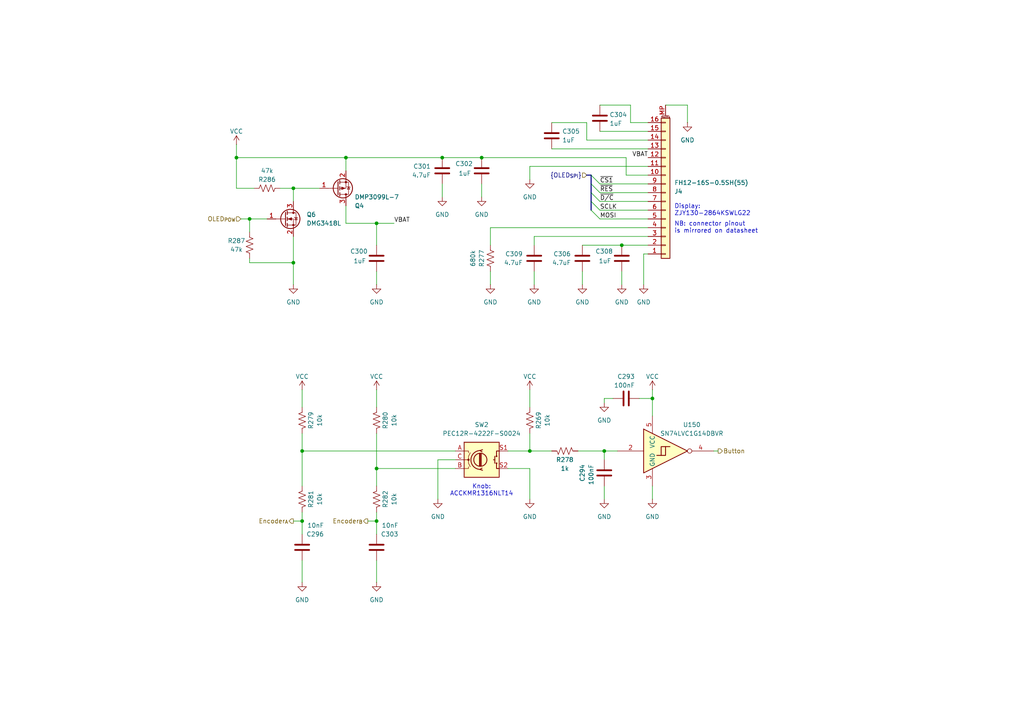
<source format=kicad_sch>
(kicad_sch (version 20250114) (generator "eeschema") (generator_version "9.0")
  (paper "A4")
  (title_block (title "Extracellular Electrophysiology Test Board") (rev "C") (company "Open Ephys, Inc") (comment 1 "Jonathan P. Newman"))
  (lib_symbols
    (symbol "74xGxx:74LVC1G14"
      (property "Reference" "U" (at 0 3.81 0))
      (property "Value" "74LVC1G14" (at 0 -3.81 0))
      (symbol "74LVC1G14_0_1"
        (polyline (pts (xy -7.62 6.35) (xy -7.62 -6.35) (xy 5.08 0) (xy -7.62 6.35)) (stroke (width 0.254)) (fill (type background)))
      )
      (symbol "74LVC1G14_1_1"
        (polyline (pts (xy -3.81 -1.27) (xy -1.27 -1.27) (xy -1.27 1.27)) (stroke (width 0.254)))
        (polyline (pts (xy -2.54 -1.27) (xy -2.54 1.27) (xy 0 1.27)) (stroke (width 0.254)))
        (pin input line (at -15.24 0 0) (length 7.62) (name "~") (number "2"))
        (pin no_connect line (at -7.62 5.08 180) (length 5.08) (hide yes) (name "NC") (number "1"))
        (pin power_in line (at -5.08 10.16 270) (length 5.08) (name "VCC") (number "5"))
        (pin power_in line (at -5.08 -10.16 90) (length 5.08) (name "GND") (number "3"))
        (pin output inverted (at 12.7 0 180) (length 7.62) (name "~") (number "4"))
      )
    )
    (symbol "Connector_Generic_MountingPin:Conn_01x16_MountingPin" (pin_names (offset 1.016) (hide yes))
      (property "Reference" "J" (at 0 20.32 0))
      (property "Value" "Conn_01x16_MountingPin" (at 1.27 -22.86 0))
      (symbol "Conn_01x16_MountingPin_1_1"
        (rectangle (start -1.27 19.05) (end 1.27 -21.59) (stroke (width 0.254)) (fill (type background)))
        (rectangle (start -1.27 17.907) (end 0 17.653) (stroke (width 0.1524)))
        (rectangle (start -1.27 15.367) (end 0 15.113) (stroke (width 0.1524)))
        (rectangle (start -1.27 12.827) (end 0 12.573) (stroke (width 0.1524)))
        (rectangle (start -1.27 10.287) (end 0 10.033) (stroke (width 0.1524)))
        (rectangle (start -1.27 7.747) (end 0 7.493) (stroke (width 0.1524)))
        (rectangle (start -1.27 5.207) (end 0 4.953) (stroke (width 0.1524)))
        (rectangle (start -1.27 2.667) (end 0 2.413) (stroke (width 0.1524)))
        (rectangle (start -1.27 0.127) (end 0 -0.127) (stroke (width 0.1524)))
        (rectangle (start -1.27 -2.413) (end 0 -2.667) (stroke (width 0.1524)))
        (rectangle (start -1.27 -4.953) (end 0 -5.207) (stroke (width 0.1524)))
        (rectangle (start -1.27 -7.493) (end 0 -7.747) (stroke (width 0.1524)))
        (rectangle (start -1.27 -10.033) (end 0 -10.287) (stroke (width 0.1524)))
        (rectangle (start -1.27 -12.573) (end 0 -12.827) (stroke (width 0.1524)))
        (rectangle (start -1.27 -15.113) (end 0 -15.367) (stroke (width 0.1524)))
        (rectangle (start -1.27 -17.653) (end 0 -17.907) (stroke (width 0.1524)))
        (rectangle (start -1.27 -20.193) (end 0 -20.447) (stroke (width 0.1524)))
        (polyline (pts (xy -1.016 -22.352) (xy 1.016 -22.352)) (stroke (width 0.1524)))
        (text "Mounting" (at 0 -21.971 0) (effects (font (size 0.381 0.381))))
        (pin passive line (at -5.08 17.78 0) (length 3.81) (name "Pin_1") (number "1"))
        (pin passive line (at -5.08 15.24 0) (length 3.81) (name "Pin_2") (number "2"))
        (pin passive line (at -5.08 12.7 0) (length 3.81) (name "Pin_3") (number "3"))
        (pin passive line (at -5.08 10.16 0) (length 3.81) (name "Pin_4") (number "4"))
        (pin passive line (at -5.08 7.62 0) (length 3.81) (name "Pin_5") (number "5"))
        (pin passive line (at -5.08 5.08 0) (length 3.81) (name "Pin_6") (number "6"))
        (pin passive line (at -5.08 2.54 0) (length 3.81) (name "Pin_7") (number "7"))
        (pin passive line (at -5.08 0 0) (length 3.81) (name "Pin_8") (number "8"))
        (pin passive line (at -5.08 -2.54 0) (length 3.81) (name "Pin_9") (number "9"))
        (pin passive line (at -5.08 -5.08 0) (length 3.81) (name "Pin_10") (number "10"))
        (pin passive line (at -5.08 -7.62 0) (length 3.81) (name "Pin_11") (number "11"))
        (pin passive line (at -5.08 -10.16 0) (length 3.81) (name "Pin_12") (number "12"))
        (pin passive line (at -5.08 -12.7 0) (length 3.81) (name "Pin_13") (number "13"))
        (pin passive line (at -5.08 -15.24 0) (length 3.81) (name "Pin_14") (number "14"))
        (pin passive line (at -5.08 -17.78 0) (length 3.81) (name "Pin_15") (number "15"))
        (pin passive line (at -5.08 -20.32 0) (length 3.81) (name "Pin_16") (number "16"))
        (pin passive line (at 0 -25.4 90) (length 3.048) (name "MountPin") (number "MP"))
      )
    )
    (symbol "Device:C" (pin_numbers (hide yes)) (pin_names (offset 0.254))
      (property "Reference" "C" (at 0.635 2.54 0))
      (property "Value" "C" (at 0.635 -2.54 0))
      (symbol "C_0_1"
        (polyline (pts (xy -2.032 0.762) (xy 2.032 0.762)) (stroke (width 0.508)))
        (polyline (pts (xy -2.032 -0.762) (xy 2.032 -0.762)) (stroke (width 0.508)))
      )
      (symbol "C_1_1"
        (pin passive line (at 0 3.81 270) (length 2.794) (name "~") (number "1"))
        (pin passive line (at 0 -3.81 90) (length 2.794) (name "~") (number "2"))
      )
    )
    (symbol "Device:R_US" (pin_numbers (hide yes)) (pin_names (offset 0))
      (property "Reference" "R" (at 2.54 0 90))
      (property "Value" "R_US" (at -2.54 0 90))
      (symbol "R_US_0_1"
        (polyline (pts (xy 0 2.286) (xy 0 2.54)))
        (polyline (pts (xy 0 2.286) (xy 1.016 1.905) (xy 0 1.524) (xy -1.016 1.143) (xy 0 0.762)))
        (polyline (pts (xy 0 0.762) (xy 1.016 0.381) (xy 0 0) (xy -1.016 -0.381) (xy 0 -0.762)))
        (polyline (pts (xy 0 -0.762) (xy 1.016 -1.143) (xy 0 -1.524) (xy -1.016 -1.905) (xy 0 -2.286)))
        (polyline (pts (xy 0 -2.286) (xy 0 -2.54)))
      )
      (symbol "R_US_1_1"
        (pin passive line (at 0 3.81 270) (length 1.27) (name "~") (number "1"))
        (pin passive line (at 0 -3.81 90) (length 1.27) (name "~") (number "2"))
      )
    )
    (symbol "Device:RotaryEncoder_Switch" (pin_names (offset 0.254) (hide yes))
      (property "Reference" "SW" (at 0 6.604 0))
      (property "Value" "RotaryEncoder_Switch" (at 0 -6.604 0))
      (symbol "RotaryEncoder_Switch_0_1"
        (rectangle (start -5.08 5.08) (end 5.08 -5.08) (stroke (width 0.254)) (fill (type background)))
        (polyline (pts (xy -5.08 2.54) (xy -3.81 2.54) (xy -3.81 2.032)))
        (polyline (pts (xy -5.08 0) (xy -3.81 0) (xy -3.81 -1.016) (xy -3.302 -2.032)))
        (polyline (pts (xy -5.08 -2.54) (xy -3.81 -2.54) (xy -3.81 -2.032)))
        (polyline (pts (xy -4.318 0) (xy -3.81 0) (xy -3.81 1.016) (xy -3.302 2.032)))
        (circle (center -3.81 0) (radius 0.254) (fill (type outline)))
        (polyline (pts (xy -0.635 -1.778) (xy -0.635 1.778)) (stroke (width 0.254)))
        (circle (center -0.381 0) (radius 1.905) (stroke (width 0.254)))
        (polyline (pts (xy -0.381 -1.778) (xy -0.381 1.778)) (stroke (width 0.254)))
        (arc (start -0.381 -2.794) (mid -3.0988 -0.0635) (end -0.381 2.667) (stroke (width 0.254)))
        (polyline (pts (xy -0.127 1.778) (xy -0.127 -1.778)) (stroke (width 0.254)))
        (polyline (pts (xy 0.254 2.921) (xy -0.508 2.667) (xy 0.127 2.286)) (stroke (width 0.254)))
        (polyline (pts (xy 0.254 -3.048) (xy -0.508 -2.794) (xy 0.127 -2.413)) (stroke (width 0.254)))
        (polyline (pts (xy 3.81 1.016) (xy 3.81 -1.016)) (stroke (width 0.254)))
        (polyline (pts (xy 3.81 0) (xy 3.429 0)) (stroke (width 0.254)))
        (circle (center 4.318 1.016) (radius 0.127) (stroke (width 0.254)))
        (circle (center 4.318 -1.016) (radius 0.127) (stroke (width 0.254)))
        (polyline (pts (xy 5.08 2.54) (xy 4.318 2.54) (xy 4.318 1.016)) (stroke (width 0.254)))
        (polyline (pts (xy 5.08 -2.54) (xy 4.318 -2.54) (xy 4.318 -1.016)) (stroke (width 0.254)))
      )
      (symbol "RotaryEncoder_Switch_1_1"
        (pin passive line (at -7.62 2.54 0) (length 2.54) (name "A") (number "A"))
        (pin passive line (at -7.62 0 0) (length 2.54) (name "C") (number "C"))
        (pin passive line (at -7.62 -2.54 0) (length 2.54) (name "B") (number "B"))
        (pin passive line (at 7.62 2.54 180) (length 2.54) (name "S1") (number "S1"))
        (pin passive line (at 7.62 -2.54 180) (length 2.54) (name "S2") (number "S2"))
      )
    )
    (symbol "Transistor_FET:DMG2301L" (pin_names (hide yes))
      (property "Reference" "Q" (at 5.08 1.905 0))
      (property "Value" "DMG2301L" (at 5.08 0 0))
      (symbol "DMG2301L_0_1"
        (polyline (pts (xy 0.254 1.905) (xy 0.254 -1.905)) (stroke (width 0.254)))
        (polyline (pts (xy 0.254 0) (xy -2.54 0)))
        (polyline (pts (xy 0.762 2.286) (xy 0.762 1.27)) (stroke (width 0.254)))
        (polyline (pts (xy 0.762 1.778) (xy 3.302 1.778) (xy 3.302 -1.778) (xy 0.762 -1.778)))
        (polyline (pts (xy 0.762 0.508) (xy 0.762 -0.508)) (stroke (width 0.254)))
        (polyline (pts (xy 0.762 -1.27) (xy 0.762 -2.286)) (stroke (width 0.254)))
        (circle (center 1.651 0) (radius 2.794) (stroke (width 0.254)))
        (polyline (pts (xy 2.286 0) (xy 1.27 0.381) (xy 1.27 -0.381) (xy 2.286 0)) (fill (type outline)))
        (polyline (pts (xy 2.54 2.54) (xy 2.54 1.778)))
        (circle (center 2.54 1.778) (radius 0.254) (fill (type outline)))
        (circle (center 2.54 -1.778) (radius 0.254) (fill (type outline)))
        (polyline (pts (xy 2.54 -2.54) (xy 2.54 0) (xy 0.762 0)))
        (polyline (pts (xy 2.794 -0.508) (xy 2.921 -0.381) (xy 3.683 -0.381) (xy 3.81 -0.254)))
        (polyline (pts (xy 3.302 -0.381) (xy 2.921 0.254) (xy 3.683 0.254) (xy 3.302 -0.381)))
      )
      (symbol "DMG2301L_1_1"
        (pin input line (at -5.08 0 0) (length 2.54) (name "G") (number "1"))
        (pin passive line (at 2.54 5.08 270) (length 2.54) (name "D") (number "3"))
        (pin passive line (at 2.54 -5.08 90) (length 2.54) (name "S") (number "2"))
      )
    )
    (symbol "Transistor_FET:DMG3414U" (pin_names (hide yes))
      (property "Reference" "Q" (at 5.08 1.905 0))
      (property "Value" "DMG3414U" (at 5.08 0 0))
      (symbol "DMG3414U_0_1"
        (polyline (pts (xy 0.254 1.905) (xy 0.254 -1.905)) (stroke (width 0.254)))
        (polyline (pts (xy 0.254 0) (xy -2.54 0)))
        (polyline (pts (xy 0.762 2.286) (xy 0.762 1.27)) (stroke (width 0.254)))
        (polyline (pts (xy 0.762 0.508) (xy 0.762 -0.508)) (stroke (width 0.254)))
        (polyline (pts (xy 0.762 -1.27) (xy 0.762 -2.286)) (stroke (width 0.254)))
        (polyline (pts (xy 0.762 -1.778) (xy 3.302 -1.778) (xy 3.302 1.778) (xy 0.762 1.778)))
        (polyline (pts (xy 1.016 0) (xy 2.032 0.381) (xy 2.032 -0.381) (xy 1.016 0)) (fill (type outline)))
        (circle (center 1.651 0) (radius 2.794) (stroke (width 0.254)))
        (polyline (pts (xy 2.54 2.54) (xy 2.54 1.778)))
        (circle (center 2.54 1.778) (radius 0.254) (fill (type outline)))
        (circle (center 2.54 -1.778) (radius 0.254) (fill (type outline)))
        (polyline (pts (xy 2.54 -2.54) (xy 2.54 0) (xy 0.762 0)))
        (polyline (pts (xy 2.794 0.508) (xy 2.921 0.381) (xy 3.683 0.381) (xy 3.81 0.254)))
        (polyline (pts (xy 3.302 0.381) (xy 2.921 -0.254) (xy 3.683 -0.254) (xy 3.302 0.381)))
      )
      (symbol "DMG3414U_1_1"
        (pin input line (at -5.08 0 0) (length 2.54) (name "G") (number "1"))
        (pin passive line (at 2.54 5.08 270) (length 2.54) (name "D") (number "3"))
        (pin passive line (at 2.54 -5.08 90) (length 2.54) (name "S") (number "2"))
      )
    )
    (symbol "power:GND" (power) (pin_numbers (hide yes)) (pin_names (offset 0) (hide yes))
      (property "Value" "GND" (at 0 -3.81 0))
      (symbol "GND_0_1"
        (polyline (pts (xy 0 0) (xy 0 -1.27) (xy 1.27 -1.27) (xy 0 -2.54) (xy -1.27 -1.27) (xy 0 -1.27)))
      )
      (symbol "GND_1_1"
        (pin power_in line (at 0 0 270) (length 0) (name "~") (number "1"))
      )
    )
    (symbol "power:VCC" (power) (pin_numbers (hide yes)) (pin_names (offset 0) (hide yes))
      (property "Value" "VCC" (at 0 3.556 0))
      (symbol "VCC_0_1"
        (polyline (pts (xy -0.762 1.27) (xy 0 2.54)))
        (polyline (pts (xy 0 2.54) (xy 0.762 1.27)))
        (polyline (pts (xy 0 0) (xy 0 2.54)))
      )
      (symbol "VCC_1_1"
        (pin power_in line (at 0 0 90) (length 0) (name "~") (number "1"))
      )
    )
  )
  (bus_alias "OLED_{SPI}" (members "~{RES}" "~{D/C}" "~{CS1}" "SCLK" "MOSI"))
  (text "Display:\nZJY130-2864KSWLG22" (at 195.58 60.96 0) (effects (font (size 1.27 1.27)) (justify left)))
  (text "Knob:\nACCKMR1316NLT14" (at 139.7 142.24 0) (effects (font (size 1.27 1.27))))
  (text "NB: connector pinout\nis mirrored on datasheet" (at 195.58 66.04 0) (effects (font (size 1.27 1.27)) (justify left)))
  (junction (at 139.7 45.72))
  (junction (at 128.27 45.72))
  (junction (at 85.09 76.2))
  (junction (at 72.39 63.5))
  (junction (at 100.33 45.72))
  (junction (at 180.34 71.12))
  (junction (at 68.58 45.72))
  (junction (at 153.67 130.81))
  (junction (at 87.63 151.13))
  (junction (at 87.63 130.81))
  (junction (at 85.09 54.61))
  (junction (at 189.23 115.57))
  (junction (at 175.26 130.81))
  (junction (at 109.22 135.89))
  (junction (at 109.22 64.77))
  (junction (at 109.22 151.13))
  (bus_entry (at 171.45 55.88) (size 2.54 2.54))
  (bus_entry (at 171.45 60.96) (size 2.54 2.54))
  (bus_entry (at 171.45 58.42) (size 2.54 2.54))
  (bus_entry (at 171.45 53.34) (size 2.54 2.54))
  (bus_entry (at 171.45 50.8) (size 2.54 2.54))
  (wire (pts (xy 187.96 68.58) (xy 154.94 68.58)))
  (wire (pts (xy 106.68 151.13) (xy 109.22 151.13)))
  (wire (pts (xy 173.99 58.42) (xy 187.96 58.42)))
  (wire (pts (xy 109.22 148.59) (xy 109.22 151.13)))
  (wire (pts (xy 77.47 63.5) (xy 72.39 63.5)))
  (wire (pts (xy 72.39 63.5) (xy 72.39 67.31)))
  (wire (pts (xy 175.26 116.84) (xy 175.26 115.57)))
  (wire (pts (xy 175.26 140.97) (xy 175.26 144.78)))
  (wire (pts (xy 87.63 151.13) (xy 87.63 154.94)))
  (wire (pts (xy 147.32 130.81) (xy 153.67 130.81)))
  (wire (pts (xy 68.58 54.61) (xy 73.66 54.61)))
  (wire (pts (xy 68.58 45.72) (xy 100.33 45.72)))
  (wire (pts (xy 109.22 113.03) (xy 109.22 118.11)))
  (wire (pts (xy 199.39 30.48) (xy 199.39 35.56)))
  (wire (pts (xy 100.33 64.77) (xy 109.22 64.77)))
  (wire (pts (xy 109.22 78.74) (xy 109.22 82.55)))
  (wire (pts (xy 170.18 40.64) (xy 187.96 40.64)))
  (bus (pts (xy 171.45 53.34) (xy 171.45 55.88)))
  (wire (pts (xy 181.61 45.72) (xy 181.61 50.8)))
  (wire (pts (xy 154.94 68.58) (xy 154.94 71.12)))
  (wire (pts (xy 87.63 162.56) (xy 87.63 168.91)))
  (wire (pts (xy 173.99 55.88) (xy 187.96 55.88)))
  (wire (pts (xy 193.04 30.48) (xy 199.39 30.48)))
  (wire (pts (xy 180.34 78.74) (xy 180.34 82.55)))
  (wire (pts (xy 85.09 68.58) (xy 85.09 76.2)))
  (wire (pts (xy 175.26 130.81) (xy 175.26 133.35)))
  (wire (pts (xy 109.22 135.89) (xy 109.22 140.97)))
  (wire (pts (xy 87.63 113.03) (xy 87.63 118.11)))
  (wire (pts (xy 153.67 125.73) (xy 153.67 130.81)))
  (wire (pts (xy 142.24 66.04) (xy 187.96 66.04)))
  (wire (pts (xy 173.99 63.5) (xy 187.96 63.5)))
  (wire (pts (xy 128.27 53.34) (xy 128.27 57.15)))
  (bus (pts (xy 171.45 58.42) (xy 171.45 60.96)))
  (wire (pts (xy 72.39 74.93) (xy 72.39 76.2)))
  (wire (pts (xy 142.24 78.74) (xy 142.24 82.55)))
  (wire (pts (xy 127 133.35) (xy 127 144.78)))
  (wire (pts (xy 175.26 115.57) (xy 177.8 115.57)))
  (wire (pts (xy 87.63 130.81) (xy 87.63 140.97)))
  (wire (pts (xy 139.7 53.34) (xy 139.7 57.15)))
  (wire (pts (xy 142.24 66.04) (xy 142.24 71.12)))
  (wire (pts (xy 175.26 130.81) (xy 179.07 130.81)))
  (wire (pts (xy 170.18 35.56) (xy 170.18 40.64)))
  (wire (pts (xy 109.22 162.56) (xy 109.22 168.91)))
  (wire (pts (xy 72.39 76.2) (xy 85.09 76.2)))
  (wire (pts (xy 189.23 140.97) (xy 189.23 144.78)))
  (wire (pts (xy 85.09 151.13) (xy 87.63 151.13)))
  (wire (pts (xy 168.91 71.12) (xy 180.34 71.12)))
  (wire (pts (xy 185.42 115.57) (xy 189.23 115.57)))
  (wire (pts (xy 181.61 50.8) (xy 187.96 50.8)))
  (wire (pts (xy 173.99 60.96) (xy 187.96 60.96)))
  (wire (pts (xy 85.09 54.61) (xy 92.71 54.61)))
  (wire (pts (xy 153.67 48.26) (xy 153.67 52.07)))
  (wire (pts (xy 68.58 41.91) (xy 68.58 45.72)))
  (wire (pts (xy 132.08 133.35) (xy 127 133.35)))
  (wire (pts (xy 109.22 151.13) (xy 109.22 154.94)))
  (wire (pts (xy 153.67 135.89) (xy 153.67 144.78)))
  (wire (pts (xy 173.99 30.48) (xy 182.88 30.48)))
  (wire (pts (xy 128.27 45.72) (xy 139.7 45.72)))
  (wire (pts (xy 139.7 45.72) (xy 181.61 45.72)))
  (wire (pts (xy 85.09 76.2) (xy 85.09 82.55)))
  (wire (pts (xy 186.69 73.66) (xy 186.69 82.55)))
  (wire (pts (xy 100.33 59.69) (xy 100.33 64.77)))
  (wire (pts (xy 85.09 54.61) (xy 85.09 58.42)))
  (wire (pts (xy 109.22 135.89) (xy 132.08 135.89)))
  (wire (pts (xy 87.63 130.81) (xy 132.08 130.81)))
  (bus (pts (xy 171.45 55.88) (xy 171.45 58.42)))
  (wire (pts (xy 100.33 45.72) (xy 100.33 49.53)))
  (wire (pts (xy 168.91 78.74) (xy 168.91 82.55)))
  (wire (pts (xy 68.58 54.61) (xy 68.58 45.72)))
  (wire (pts (xy 153.67 130.81) (xy 160.02 130.81)))
  (wire (pts (xy 167.64 130.81) (xy 175.26 130.81)))
  (wire (pts (xy 109.22 71.12) (xy 109.22 64.77)))
  (wire (pts (xy 182.88 30.48) (xy 182.88 35.56)))
  (wire (pts (xy 109.22 64.77) (xy 114.3 64.77)))
  (wire (pts (xy 160.02 35.56) (xy 170.18 35.56)))
  (bus (pts (xy 171.45 50.8) (xy 171.45 53.34)))
  (wire (pts (xy 189.23 115.57) (xy 189.23 120.65)))
  (wire (pts (xy 109.22 125.73) (xy 109.22 135.89)))
  (wire (pts (xy 153.67 48.26) (xy 187.96 48.26)))
  (wire (pts (xy 160.02 43.18) (xy 187.96 43.18)))
  (wire (pts (xy 87.63 148.59) (xy 87.63 151.13)))
  (wire (pts (xy 72.39 63.5) (xy 69.85 63.5)))
  (wire (pts (xy 81.28 54.61) (xy 85.09 54.61)))
  (wire (pts (xy 173.99 53.34) (xy 187.96 53.34)))
  (wire (pts (xy 153.67 113.03) (xy 153.67 118.11)))
  (bus (pts (xy 170.18 50.8) (xy 171.45 50.8)))
  (wire (pts (xy 180.34 71.12) (xy 187.96 71.12)))
  (wire (pts (xy 147.32 135.89) (xy 153.67 135.89)))
  (wire (pts (xy 154.94 78.74) (xy 154.94 82.55)))
  (wire (pts (xy 189.23 113.03) (xy 189.23 115.57)))
  (wire (pts (xy 87.63 125.73) (xy 87.63 130.81)))
  (wire (pts (xy 187.96 35.56) (xy 182.88 35.56)))
  (wire (pts (xy 173.99 38.1) (xy 187.96 38.1)))
  (wire (pts (xy 187.96 73.66) (xy 186.69 73.66)))
  (wire (pts (xy 208.28 130.81) (xy 207.01 130.81)))
  (wire (pts (xy 100.33 45.72) (xy 128.27 45.72)))
  (label "VBAT" (at 187.96 45.72 180))
  (label "~{CS1}" (at 173.99 53.34 0))
  (label "~{D{slash}C}" (at 173.99 58.42 0))
  (label "SCLK" (at 173.99 60.96 0))
  (label "MOSI" (at 173.99 63.5 0))
  (label "VBAT" (at 114.3 64.77 0))
  (label "~{RES}" (at 173.99 55.88 0))
  (hierarchical_label "Encoder_{B}" (shape output) (at 106.68 151.13 180))
  (hierarchical_label "{OLED_{SPI}}" (shape input) (at 170.18 50.8 180))
  (hierarchical_label "Encoder_{A}" (shape output) (at 85.09 151.13 180))
  (hierarchical_label "OLED_{POW}" (shape input) (at 69.85 63.5 180))
  (hierarchical_label "Button" (shape output) (at 208.28 130.81 0))
  (symbol (lib_id "Device:R_US") (at 77.47 54.61 270) (unit 1)
    (property "Reference" "R286" (at 77.47 52.07 90))
    (property "Value" "47k" (at 77.47 49.53 90))
    (property "Footprint" "Resistor_SMD:R_0402_1005Metric" (effects (hide yes)))
    (property "Description" "Resistor, US symbol" (effects (hide yes)))
    (property "OEPSPN" "OEPS020017" (effects (hide yes)))
    (property "MPN" "ERJ-2RKF4702X" (effects (hide yes)))
  )
  (symbol (lib_id "power:GND") (at 175.26 116.84 0) (mirror y) (unit 1)
    (property "Reference" "#PWR0743" (effects (hide yes)))
    (property "Value" "GND" (at 175.26 121.92 0))
    (property "Description" "Power symbol creates a global label with name \"GND\" , ground" (effects (hide yes)))
  )
  (symbol (lib_id "Device:R_US") (at 87.63 121.92 0) (mirror y) (unit 1)
    (property "Reference" "R279" (at 90.17 121.92 90))
    (property "Value" "10k" (at 92.71 121.92 90))
    (property "Footprint" "Resistor_SMD:R_0402_1005Metric" (effects (hide yes)))
    (property "Description" "Resistor, US symbol" (effects (hide yes)))
    (property "OEPSPN" "OEPS020030" (effects (hide yes)))
    (property "MPN" "CRCW040210K0FKED" (effects (hide yes)))
  )
  (symbol (lib_id "Device:C") (at 109.22 158.75 0) (unit 1)
    (property "Reference" "C303" (at 115.57 154.94 0) (effects (justify right)))
    (property "Value" "10nF" (at 115.57 152.4 0) (effects (justify right)))
    (property "Footprint" "Capacitor_SMD:C_0402_1005Metric" (effects (hide yes)))
    (property "Description" "Unpolarized capacitor" (effects (hide yes)))
    (property "TempCo" "X7R" (effects (hide yes)))
    (property "OEPSPN" "OEPS010067" (effects (hide yes)))
    (property "MPN" "GRM155R71E103KA01D" (effects (hide yes)))
  )
  (symbol (lib_id "Transistor_FET:DMG3414U") (at 82.55 63.5 0) (unit 1)
    (property "Reference" "Q6" (at 88.9 62.2299 0) (effects (justify left)))
    (property "Value" "DMG3418L" (at 88.9 64.7699 0) (effects (justify left)))
    (property "Footprint" "Package_TO_SOT_SMD:SOT-23" (effects (hide yes)))
    (property "Datasheet" "http://www.diodes.com/assets/Datasheets/ds31739.pdf" (effects (hide yes)))
    (property "Description" "4.2A Id, 20V Vds, N-Channel MOSFET, SOT-23" (effects (hide yes)))
    (property "OEPSPN" "OEPS060019" (effects (hide yes)))
    (property "MPN" "DMG3418L-7" (effects (hide yes)))
  )
  (symbol (lib_id "power:GND") (at 128.27 57.15 0) (mirror y) (unit 1)
    (property "Reference" "#PWR0760" (effects (hide yes)))
    (property "Value" "GND" (at 128.27 62.23 0))
    (property "Description" "Power symbol creates a global label with name \"GND\" , ground" (effects (hide yes)))
  )
  (symbol (lib_id "Device:C") (at 128.27 49.53 0) (mirror y) (unit 1)
    (property "Reference" "C301" (at 124.968 48.26 0) (effects (justify left)))
    (property "Value" "4.7uF" (at 124.968 50.8 0) (effects (justify left)))
    (property "Footprint" "Capacitor_SMD:C_1206_3216Metric" (effects (hide yes)))
    (property "Description" "Unpolarized capacitor" (effects (hide yes)))
    (property "TempCo" "X7R" (effects (hide yes)))
    (property "Voltage" "16V" (effects (hide yes)))
    (property "OEPSPN" "OEPS010081" (effects (hide yes)))
    (property "MPN" "CL31B475KOHNNNE" (effects (hide yes)))
  )
  (symbol (lib_id "Device:R_US") (at 109.22 121.92 0) (mirror y) (unit 1)
    (property "Reference" "R280" (at 111.76 121.92 90))
    (property "Value" "10k" (at 114.3 121.92 90))
    (property "Footprint" "Resistor_SMD:R_0402_1005Metric" (effects (hide yes)))
    (property "Description" "Resistor, US symbol" (effects (hide yes)))
    (property "OEPSPN" "OEPS020030" (effects (hide yes)))
    (property "MPN" "CRCW040210K0FKED" (effects (hide yes)))
  )
  (symbol (lib_id "power:GND") (at 142.24 82.55 0) (mirror y) (unit 1)
    (property "Reference" "#PWR0762" (effects (hide yes)))
    (property "Value" "GND" (at 142.24 87.63 0))
    (property "Description" "Power symbol creates a global label with name \"GND\" , ground" (effects (hide yes)))
  )
  (symbol (lib_id "power:GND") (at 87.63 168.91 0) (mirror y) (unit 1)
    (property "Reference" "#PWR0767" (effects (hide yes)))
    (property "Value" "GND" (at 87.63 173.99 0))
    (property "Description" "Power symbol creates a global label with name \"GND\" , ground" (effects (hide yes)))
  )
  (symbol (lib_id "power:GND") (at 189.23 144.78 0) (mirror y) (unit 1)
    (property "Reference" "#PWR0745" (effects (hide yes)))
    (property "Value" "GND" (at 189.23 149.86 0))
    (property "Description" "Power symbol creates a global label with name \"GND\" , ground" (effects (hide yes)))
  )
  (symbol (lib_id "power:GND") (at 180.34 82.55 0) (mirror y) (unit 1)
    (property "Reference" "#PWR0792" (effects (hide yes)))
    (property "Value" "GND" (at 180.34 87.63 0))
    (property "Description" "Power symbol creates a global label with name \"GND\" , ground" (effects (hide yes)))
  )
  (symbol (lib_id "power:GND") (at 175.26 144.78 0) (mirror y) (unit 1)
    (property "Reference" "#PWR0750" (effects (hide yes)))
    (property "Value" "GND" (at 175.26 149.86 0))
    (property "Description" "Power symbol creates a global label with name \"GND\" , ground" (effects (hide yes)))
  )
  (symbol (lib_id "Device:C") (at 160.02 39.37 180) (unit 1)
    (property "Reference" "C305" (at 163.068 38.1 0) (effects (justify right)))
    (property "Value" "1uF" (at 163.068 40.64 0) (effects (justify right)))
    (property "Footprint" "Capacitor_SMD:C_0603_1608Metric" (effects (hide yes)))
    (property "Description" "Unpolarized capacitor" (effects (hide yes)))
    (property "TempCo" "X5R" (effects (hide yes)))
    (property "Voltage" "25V" (effects (hide yes)))
    (property "OEPSPN" "OEPS010022" (effects (hide yes)))
    (property "MPN" "CL10A105KA8NNNC" (effects (hide yes)))
  )
  (symbol (lib_id "power:GND") (at 153.67 144.78 0) (mirror y) (unit 1)
    (property "Reference" "#PWR0742" (effects (hide yes)))
    (property "Value" "GND" (at 153.67 149.86 0))
    (property "Description" "Power symbol creates a global label with name \"GND\" , ground" (effects (hide yes)))
  )
  (symbol (lib_id "power:GND") (at 186.69 82.55 0) (mirror y) (unit 1)
    (property "Reference" "#PWR0791" (effects (hide yes)))
    (property "Value" "GND" (at 186.69 87.63 0))
    (property "Description" "Power symbol creates a global label with name \"GND\" , ground" (effects (hide yes)))
  )
  (symbol (lib_id "Device:R_US") (at 142.24 74.93 0) (unit 1)
    (property "Reference" "R277" (at 139.7 74.93 90))
    (property "Value" "680k" (at 137.16 74.93 90))
    (property "Footprint" "Resistor_SMD:R_0402_1005Metric" (effects (hide yes)))
    (property "Description" "Resistor, US symbol" (effects (hide yes)))
    (property "OEPSPN" "OEPS020176" (effects (hide yes)))
    (property "MPN" "RC0402FR-13680KL" (effects (hide yes)))
  )
  (symbol (lib_id "power:GND") (at 127 144.78 0) (mirror y) (unit 1)
    (property "Reference" "#PWR0769" (effects (hide yes)))
    (property "Value" "GND" (at 127 149.86 0))
    (property "Description" "Power symbol creates a global label with name \"GND\" , ground" (effects (hide yes)))
  )
  (symbol (lib_id "power:GND") (at 85.09 82.55 0) (mirror y) (unit 1)
    (property "Reference" "#PWR0794" (effects (hide yes)))
    (property "Value" "GND" (at 85.09 87.63 0))
    (property "Description" "Power symbol creates a global label with name \"GND\" , ground" (effects (hide yes)))
  )
  (symbol (lib_id "Device:C") (at 139.7 49.53 0) (mirror x) (unit 1)
    (property "Reference" "C302" (at 137.16 47.498 0) (effects (justify right)))
    (property "Value" "1uF" (at 136.652 50.292 0) (effects (justify right)))
    (property "Footprint" "Capacitor_SMD:C_0603_1608Metric" (effects (hide yes)))
    (property "Description" "Unpolarized capacitor" (effects (hide yes)))
    (property "TempCo" "X5R" (effects (hide yes)))
    (property "Voltage" "25V" (effects (hide yes)))
    (property "OEPSPN" "OEPS010022" (effects (hide yes)))
    (property "MPN" "CL10A105KA8NNNC" (effects (hide yes)))
  )
  (symbol (lib_id "power:GND") (at 109.22 168.91 0) (mirror y) (unit 1)
    (property "Reference" "#PWR0768" (effects (hide yes)))
    (property "Value" "GND" (at 109.22 173.99 0))
    (property "Description" "Power symbol creates a global label with name \"GND\" , ground" (effects (hide yes)))
  )
  (symbol (lib_id "Device:C") (at 168.91 74.93 0) (mirror y) (unit 1)
    (property "Reference" "C306" (at 165.608 73.66 0) (effects (justify left)))
    (property "Value" "4.7uF" (at 165.608 76.2 0) (effects (justify left)))
    (property "Footprint" "Capacitor_SMD:C_1206_3216Metric" (effects (hide yes)))
    (property "Description" "Unpolarized capacitor" (effects (hide yes)))
    (property "TempCo" "X7R" (effects (hide yes)))
    (property "Voltage" "16V" (effects (hide yes)))
    (property "OEPSPN" "OEPS010081" (effects (hide yes)))
    (property "MPN" "CL31B475KOHNNNE" (effects (hide yes)))
  )
  (symbol (lib_id "Device:R_US") (at 153.67 121.92 0) (mirror y) (unit 1)
    (property "Reference" "R269" (at 156.21 121.92 90))
    (property "Value" "10k" (at 158.75 121.92 90))
    (property "Footprint" "Resistor_SMD:R_0402_1005Metric" (effects (hide yes)))
    (property "Description" "Resistor, US symbol" (effects (hide yes)))
    (property "OEPSPN" "OEPS020030" (effects (hide yes)))
    (property "MPN" "CRCW040210K0FKED" (effects (hide yes)))
  )
  (symbol (lib_id "Device:C") (at 175.26 137.16 0) (unit 1)
    (property "Reference" "C294" (at 168.91 134.62 90) (effects (justify right)))
    (property "Value" "100nF" (at 171.45 134.62 90) (effects (justify right)))
    (property "Footprint" "Capacitor_SMD:C_0402_1005Metric" (effects (hide yes)))
    (property "Description" "Unpolarized capacitor" (effects (hide yes)))
    (property "TempCo" "X7R" (effects (hide yes)))
    (property "OEPSPN" "OEPS010050" (effects (hide yes)))
    (property "MPN" "C1005X7R1E104K050BB" (effects (hide yes)))
  )
  (symbol (lib_id "power:GND") (at 199.39 35.56 0) (mirror y) (unit 1)
    (property "Reference" "#PWR0793" (effects (hide yes)))
    (property "Value" "GND" (at 199.39 40.64 0))
    (property "Description" "Power symbol creates a global label with name \"GND\" , ground" (effects (hide yes)))
  )
  (symbol (lib_id "Device:C") (at 180.34 74.93 0) (mirror x) (unit 1)
    (property "Reference" "C308" (at 177.8 72.898 0) (effects (justify right)))
    (property "Value" "1uF" (at 177.292 75.692 0) (effects (justify right)))
    (property "Footprint" "Capacitor_SMD:C_0603_1608Metric" (effects (hide yes)))
    (property "Description" "Unpolarized capacitor" (effects (hide yes)))
    (property "TempCo" "X5R" (effects (hide yes)))
    (property "Voltage" "25V" (effects (hide yes)))
    (property "OEPSPN" "OEPS010022" (effects (hide yes)))
    (property "MPN" "CL10A105KA8NNNC" (effects (hide yes)))
  )
  (symbol (lib_id "power:GND") (at 153.67 52.07 0) (mirror y) (unit 1)
    (property "Reference" "#PWR013" (effects (hide yes)))
    (property "Value" "GND" (at 153.67 57.15 0))
    (property "Description" "Power symbol creates a global label with name \"GND\" , ground" (effects (hide yes)))
  )
  (symbol (lib_id "power:VCC") (at 189.23 113.03 0) (mirror y) (unit 1)
    (property "Reference" "#PWR0744" (effects (hide yes)))
    (property "Value" "VCC" (at 189.23 109.22 0))
    (property "Description" "Power symbol creates a global label with name \"VCC\"" (effects (hide yes)))
  )
  (symbol (lib_id "74xGxx:74LVC1G14") (at 194.31 130.81 0) (unit 1)
    (property "Reference" "U150" (at 200.66 123.19 0))
    (property "Value" "SN74LVC1G14DBVR" (at 200.66 125.73 0))
    (property "Footprint" "Package_TO_SOT_SMD:SOT-23-5" (effects (hide yes)))
    (property "Datasheet" "https://www.ti.com/lit/sg/scyt129e/scyt129e.pdf" (effects (hide yes)))
    (property "Description" "Single Schmitt NOT Gate, Low-Voltage CMOS" (effects (hide yes)))
    (property "OEPSPN" "OEPS080160" (effects (hide yes)))
    (property "MPN" "SN74LVC1G14DBVR" (effects (hide yes)))
  )
  (symbol (lib_id "power:VCC") (at 87.63 113.03 0) (mirror y) (unit 1)
    (property "Reference" "#PWR0765" (effects (hide yes)))
    (property "Value" "VCC" (at 87.63 109.22 0))
    (property "Description" "Power symbol creates a global label with name \"VCC\"" (effects (hide yes)))
  )
  (symbol (lib_id "power:GND") (at 139.7 57.15 0) (mirror y) (unit 1)
    (property "Reference" "#PWR0761" (effects (hide yes)))
    (property "Value" "GND" (at 139.7 62.23 0))
    (property "Description" "Power symbol creates a global label with name \"GND\" , ground" (effects (hide yes)))
  )
  (symbol (lib_id "Device:R_US") (at 163.83 130.81 90) (mirror x) (unit 1)
    (property "Reference" "R278" (at 163.83 133.35 90))
    (property "Value" "1k" (at 163.83 135.89 90))
    (property "Footprint" "Resistor_SMD:R_0402_1005Metric" (effects (hide yes)))
    (property "Description" "Resistor, US symbol" (effects (hide yes)))
    (property "OEPSPN" "OEPS020027" (effects (hide yes)))
    (property "MPN" "CRCW04021K00FKED" (effects (hide yes)))
  )
  (symbol (lib_id "power:VCC") (at 109.22 113.03 0) (mirror y) (unit 1)
    (property "Reference" "#PWR0766" (effects (hide yes)))
    (property "Value" "VCC" (at 109.22 109.22 0))
    (property "Description" "Power symbol creates a global label with name \"VCC\"" (effects (hide yes)))
  )
  (symbol (lib_id "Device:C") (at 154.94 74.93 0) (mirror y) (unit 1)
    (property "Reference" "C309" (at 151.638 73.66 0) (effects (justify left)))
    (property "Value" "4.7uF" (at 151.638 76.2 0) (effects (justify left)))
    (property "Footprint" "Capacitor_SMD:C_1206_3216Metric" (effects (hide yes)))
    (property "Description" "Unpolarized capacitor" (effects (hide yes)))
    (property "TempCo" "X7R" (effects (hide yes)))
    (property "Voltage" "16V" (effects (hide yes)))
    (property "OEPSPN" "OEPS010081" (effects (hide yes)))
    (property "MPN" "CL31B475KOHNNNE" (effects (hide yes)))
  )
  (symbol (lib_id "Device:C") (at 173.99 34.29 180) (unit 1)
    (property "Reference" "C304" (at 176.784 33.274 0) (effects (justify right)))
    (property "Value" "1uF" (at 176.784 35.814 0) (effects (justify right)))
    (property "Footprint" "Capacitor_SMD:C_0603_1608Metric" (effects (hide yes)))
    (property "Description" "Unpolarized capacitor" (effects (hide yes)))
    (property "TempCo" "X5R" (effects (hide yes)))
    (property "Voltage" "25V" (effects (hide yes)))
    (property "OEPSPN" "OEPS010022" (effects (hide yes)))
    (property "MPN" "CL10A105KA8NNNC" (effects (hide yes)))
  )
  (symbol (lib_id "Transistor_FET:DMG2301L") (at 97.79 54.61 0) (mirror x) (unit 1)
    (property "Reference" "Q4" (at 102.87 59.69 0) (effects (justify left)))
    (property "Value" "DMP3099L-7" (at 102.87 57.15 0) (effects (justify left)))
    (property "Footprint" "Package_TO_SOT_SMD:SOT-23" (effects (hide yes)))
    (property "Datasheet" "https://www.diodes.com/assets/Datasheets/DMG2301L.pdf" (effects (hide yes)))
    (property "Description" "-3A Id, -20V Vds, P-Channel MOSFET, SOT-23" (effects (hide yes)))
    (property "OEPSPN" "OEPS060020" (effects (hide yes)))
    (property "MPN" "DMP3099L-7" (effects (hide yes)))
  )
  (symbol (lib_id "power:GND") (at 154.94 82.55 0) (mirror y) (unit 1)
    (property "Reference" "#PWR0789" (effects (hide yes)))
    (property "Value" "GND" (at 154.94 87.63 0))
    (property "Description" "Power symbol creates a global label with name \"GND\" , ground" (effects (hide yes)))
  )
  (symbol (lib_id "Device:C") (at 87.63 158.75 0) (unit 1)
    (property "Reference" "C296" (at 93.98 154.94 0) (effects (justify right)))
    (property "Value" "10nF" (at 93.98 152.4 0) (effects (justify right)))
    (property "Footprint" "Capacitor_SMD:C_0402_1005Metric" (effects (hide yes)))
    (property "Description" "Unpolarized capacitor" (effects (hide yes)))
    (property "TempCo" "X7R" (effects (hide yes)))
    (property "OEPSPN" "OEPS010067" (effects (hide yes)))
    (property "MPN" "GRM155R71E103KA01D" (effects (hide yes)))
  )
  (symbol (lib_id "power:GND") (at 168.91 82.55 0) (mirror y) (unit 1)
    (property "Reference" "#PWR0790" (effects (hide yes)))
    (property "Value" "GND" (at 168.91 87.63 0))
    (property "Description" "Power symbol creates a global label with name \"GND\" , ground" (effects (hide yes)))
  )
  (symbol (lib_id "power:VCC") (at 153.67 113.03 0) (mirror y) (unit 1)
    (property "Reference" "#PWR0746" (effects (hide yes)))
    (property "Value" "VCC" (at 153.67 109.22 0))
    (property "Description" "Power symbol creates a global label with name \"VCC\"" (effects (hide yes)))
  )
  (symbol (lib_id "Device:C") (at 181.61 115.57 270) (unit 1)
    (property "Reference" "C293" (at 184.15 109.22 90) (effects (justify right)))
    (property "Value" "100nF" (at 184.15 111.76 90) (effects (justify right)))
    (property "Footprint" "Capacitor_SMD:C_0402_1005Metric" (effects (hide yes)))
    (property "Description" "Unpolarized capacitor" (effects (hide yes)))
    (property "TempCo" "X7R" (effects (hide yes)))
    (property "OEPSPN" "OEPS010050" (effects (hide yes)))
    (property "MPN" "C1005X7R1E104K050BB" (effects (hide yes)))
  )
  (symbol (lib_id "power:GND") (at 109.22 82.55 0) (mirror y) (unit 1)
    (property "Reference" "#PWR0759" (effects (hide yes)))
    (property "Value" "GND" (at 109.22 87.63 0))
    (property "Description" "Power symbol creates a global label with name \"GND\" , ground" (effects (hide yes)))
  )
  (symbol (lib_id "power:VCC") (at 68.58 41.91 0) (mirror y) (unit 1)
    (property "Reference" "#PWR0788" (effects (hide yes)))
    (property "Value" "VCC" (at 68.58 38.1 0))
    (property "Description" "Power symbol creates a global label with name \"VCC\"" (effects (hide yes)))
  )
  (symbol (lib_id "Device:R_US") (at 109.22 144.78 0) (mirror y) (unit 1)
    (property "Reference" "R282" (at 111.76 144.78 90))
    (property "Value" "10k" (at 114.3 144.78 90))
    (property "Footprint" "Resistor_SMD:R_0402_1005Metric" (effects (hide yes)))
    (property "Description" "Resistor, US symbol" (effects (hide yes)))
    (property "OEPSPN" "OEPS020030" (effects (hide yes)))
    (property "MPN" "CRCW040210K0FKED" (effects (hide yes)))
  )
  (symbol (lib_id "Connector_Generic_MountingPin:Conn_01x16_MountingPin") (at 193.04 55.88 0) (mirror x) (unit 1)
    (property "Reference" "J4" (at 195.58 55.5245 0) (effects (justify left)))
    (property "Value" "FH12-16S-0.5SH(55)" (at 195.58 52.9845 0) (effects (justify left)))
    (property "Footprint" "Connector_FFC-FPC:Hirose_FH12-16S-0.5SH_1x16-1MP_P0.50mm_Horizontal" (effects (hide yes)))
    (property "Description" "Generic connectable mounting pin connector, single row, 01x16, script generated (kicad-library-utils/schlib/autogen/connector/)" (effects (hide yes)))
    (property "OEPSPN" "OEPS070104" (effects (hide yes)))
    (property "MPN" "FH12-16S-0.5SH(55)" (effects (hide yes)))
  )
  (symbol (lib_id "Device:R_US") (at 87.63 144.78 0) (mirror y) (unit 1)
    (property "Reference" "R281" (at 90.17 144.78 90))
    (property "Value" "10k" (at 92.71 144.78 90))
    (property "Footprint" "Resistor_SMD:R_0402_1005Metric" (effects (hide yes)))
    (property "Description" "Resistor, US symbol" (effects (hide yes)))
    (property "OEPSPN" "OEPS020030" (effects (hide yes)))
    (property "MPN" "CRCW040210K0FKED" (effects (hide yes)))
  )
  (symbol (lib_id "Device:C") (at 109.22 74.93 0) (mirror x) (unit 1)
    (property "Reference" "C300" (at 106.68 72.898 0) (effects (justify right)))
    (property "Value" "1uF" (at 106.172 75.692 0) (effects (justify right)))
    (property "Footprint" "Capacitor_SMD:C_0603_1608Metric" (effects (hide yes)))
    (property "Description" "Unpolarized capacitor" (effects (hide yes)))
    (property "TempCo" "X5R" (effects (hide yes)))
    (property "Voltage" "25V" (effects (hide yes)))
    (property "OEPSPN" "OEPS010022" (effects (hide yes)))
    (property "MPN" "CL10A105KA8NNNC" (effects (hide yes)))
  )
  (symbol (lib_id "Device:R_US") (at 72.39 71.12 0) (unit 1)
    (property "Reference" "R287" (at 68.58 69.85 0))
    (property "Value" "47k" (at 68.58 72.39 0))
    (property "Footprint" "Resistor_SMD:R_0402_1005Metric" (effects (hide yes)))
    (property "Description" "Resistor, US symbol" (effects (hide yes)))
    (property "OEPSPN" "OEPS020017" (effects (hide yes)))
    (property "MPN" "ERJ-2RKF4702X" (effects (hide yes)))
  )
  (symbol (lib_id "Device:RotaryEncoder_Switch") (at 139.7 133.35 0) (unit 1)
    (property "Reference" "SW2" (at 139.7 123.19 0))
    (property "Value" "PEC12R-4222F-S0024" (at 139.7 125.73 0))
    (property "Footprint" "Rotary_Encoder:RotaryEncoder_Bourns_Vertical_PEC12R-3x17F-Sxxxx" (effects (hide yes)))
    (property "Description" "Rotary encoder, dual channel, incremental quadrate outputs, with switch" (effects (hide yes)))
    (property "OEPSPN" "OEPS070113" (effects (hide yes)))
    (property "MPN" "PEC12R-4222F-S0024" (effects (hide yes)))
  )
)
</source>
